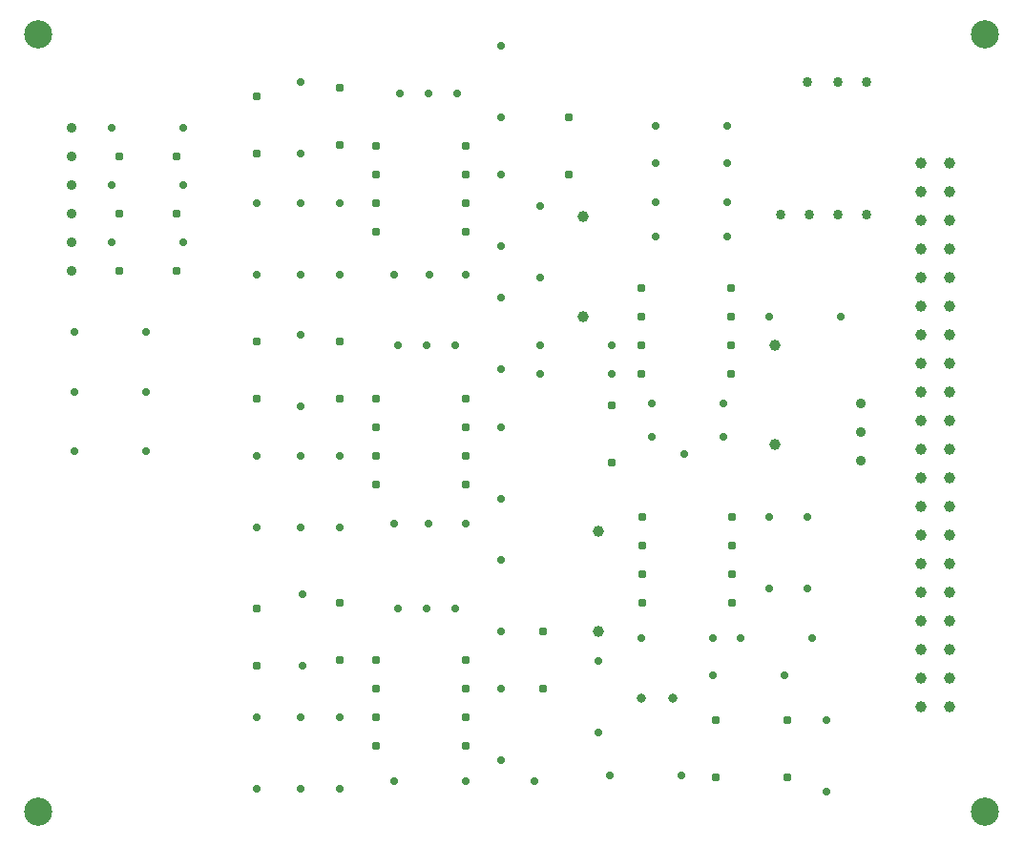
<source format=gbr>
%TF.GenerationSoftware,Altium Limited,Altium Designer,23.3.1 (30)*%
G04 Layer_Color=0*
%FSLAX26Y26*%
%MOIN*%
%TF.SameCoordinates,8F501EFE-F143-482A-9327-88418F9FCBED*%
%TF.FilePolarity,Positive*%
%TF.FileFunction,Plated,1,2,PTH,Drill*%
%TF.Part,Single*%
G01*
G75*
%TA.AperFunction,ComponentDrill*%
%ADD60C,0.034000*%
%ADD61C,0.031000*%
%ADD62C,0.028000*%
%ADD63C,0.028000*%
%ADD64C,0.030709*%
%ADD65C,0.032000*%
%ADD66C,0.031000*%
%ADD67C,0.036000*%
%ADD68C,0.039370*%
%ADD69C,0.027559*%
%TA.AperFunction,ViaDrill,NotFilled*%
%ADD70C,0.098425*%
%ADD71C,0.028000*%
D60*
X3010000Y2670000D02*
D03*
X2910000D02*
D03*
X2805000D02*
D03*
X2710000Y2205000D02*
D03*
X2810000D02*
D03*
X2910000D02*
D03*
X3010000D02*
D03*
D61*
X2120000Y1340000D02*
D03*
Y1540000D02*
D03*
X880000Y1561500D02*
D03*
Y1761500D02*
D03*
X1170000Y650000D02*
D03*
Y850000D02*
D03*
X880000Y630000D02*
D03*
Y830000D02*
D03*
X1970000Y2545000D02*
D03*
Y2345000D02*
D03*
X1170000Y2450000D02*
D03*
Y2650000D02*
D03*
X880000Y2420000D02*
D03*
Y2620000D02*
D03*
X1170000Y1761500D02*
D03*
Y1561500D02*
D03*
X1880000Y550000D02*
D03*
Y750000D02*
D03*
D62*
X1735000Y1915000D02*
D03*
Y1665000D02*
D03*
X880000Y1111500D02*
D03*
Y1361500D02*
D03*
X1035000Y1535000D02*
D03*
Y1785000D02*
D03*
Y200000D02*
D03*
Y450000D02*
D03*
X880000Y200000D02*
D03*
Y450000D02*
D03*
X1040000Y630000D02*
D03*
Y880000D02*
D03*
X1735000Y1000000D02*
D03*
Y750000D02*
D03*
Y550000D02*
D03*
Y300000D02*
D03*
X2075000Y645000D02*
D03*
Y395000D02*
D03*
X2870000Y440000D02*
D03*
Y190000D02*
D03*
X2670000Y1150000D02*
D03*
Y900000D02*
D03*
X2805000Y1150000D02*
D03*
Y900000D02*
D03*
X1870000Y2235000D02*
D03*
Y1985000D02*
D03*
X1735000Y2345000D02*
D03*
Y2095000D02*
D03*
X880000Y1995000D02*
D03*
Y2245000D02*
D03*
X1735000Y2795000D02*
D03*
Y2545000D02*
D03*
X1170000Y450000D02*
D03*
Y200000D02*
D03*
X1035000Y1361500D02*
D03*
Y1111500D02*
D03*
X1170000Y1361500D02*
D03*
Y1111500D02*
D03*
X1035000Y2670000D02*
D03*
Y2420000D02*
D03*
Y2245000D02*
D03*
Y1995000D02*
D03*
X1170000Y2245000D02*
D03*
Y1995000D02*
D03*
X1735000Y1211500D02*
D03*
Y1461500D02*
D03*
D63*
X2723701Y595000D02*
D03*
X2473701D02*
D03*
X2223701Y725000D02*
D03*
X2473701D02*
D03*
X2365000Y245000D02*
D03*
X2115000D02*
D03*
X2525000Y2515000D02*
D03*
X2275000D02*
D03*
X2525000Y2385000D02*
D03*
X2275000D02*
D03*
Y2250000D02*
D03*
X2525000D02*
D03*
X2275000Y2130000D02*
D03*
X2525000D02*
D03*
X2920000Y1850000D02*
D03*
X2670000D02*
D03*
X495000Y1380000D02*
D03*
X245000D02*
D03*
X2510000Y1430000D02*
D03*
X2260000D02*
D03*
X1361299Y1125000D02*
D03*
X1611299D02*
D03*
X2260000Y1545000D02*
D03*
X2510000D02*
D03*
X1870000Y1650000D02*
D03*
X2120000D02*
D03*
X1870000Y1750000D02*
D03*
X2120000D02*
D03*
X1361299Y1995000D02*
D03*
X1611299D02*
D03*
X375000Y2110000D02*
D03*
X625000D02*
D03*
X375000Y2310000D02*
D03*
X625000D02*
D03*
X375000Y2510000D02*
D03*
X625000D02*
D03*
X495000Y1585000D02*
D03*
X245000D02*
D03*
X1361299Y225000D02*
D03*
X1611299D02*
D03*
X495000Y1795000D02*
D03*
X245000D02*
D03*
X2820000Y725000D02*
D03*
X2570000D02*
D03*
D64*
X2228701Y1150000D02*
D03*
Y1050000D02*
D03*
Y950000D02*
D03*
Y850000D02*
D03*
X2541299D02*
D03*
Y950000D02*
D03*
Y1050000D02*
D03*
Y1150000D02*
D03*
X2223701Y1950000D02*
D03*
Y1850000D02*
D03*
Y1750000D02*
D03*
Y1650000D02*
D03*
X2536299D02*
D03*
Y1750000D02*
D03*
Y1850000D02*
D03*
Y1950000D02*
D03*
X1611299Y650000D02*
D03*
Y550000D02*
D03*
Y450000D02*
D03*
Y350000D02*
D03*
X1298701D02*
D03*
Y450000D02*
D03*
Y550000D02*
D03*
Y650000D02*
D03*
X1611299Y1561500D02*
D03*
Y1461500D02*
D03*
Y1361500D02*
D03*
Y1261500D02*
D03*
X1298701D02*
D03*
Y1361500D02*
D03*
Y1461500D02*
D03*
Y1561500D02*
D03*
X1611299Y2445000D02*
D03*
Y2345000D02*
D03*
Y2245000D02*
D03*
Y2145000D02*
D03*
X1298701D02*
D03*
Y2245000D02*
D03*
Y2345000D02*
D03*
Y2445000D02*
D03*
D65*
X2225000Y515000D02*
D03*
X2335000D02*
D03*
D66*
X2485000Y440000D02*
D03*
X2735000Y240000D02*
D03*
Y440000D02*
D03*
X2485000Y240000D02*
D03*
X600000Y2010000D02*
D03*
X400000D02*
D03*
X600000Y2210000D02*
D03*
X400000D02*
D03*
X600000Y2410000D02*
D03*
X400000D02*
D03*
D67*
X2990000Y1346000D02*
D03*
Y1444000D02*
D03*
Y1545000D02*
D03*
X235000Y2110000D02*
D03*
Y2510000D02*
D03*
Y2410000D02*
D03*
Y2310000D02*
D03*
Y2210000D02*
D03*
Y2010000D02*
D03*
D68*
X2690000Y1400197D02*
D03*
Y1749803D02*
D03*
X2020000Y2199606D02*
D03*
Y1850000D02*
D03*
X2075000Y1099606D02*
D03*
Y750000D02*
D03*
X3200000Y2385000D02*
D03*
X3300000D02*
D03*
X3200000Y2285000D02*
D03*
X3300000D02*
D03*
X3200000Y2185000D02*
D03*
X3300000D02*
D03*
X3200000Y2085000D02*
D03*
X3300000D02*
D03*
X3200000Y1985000D02*
D03*
X3300000D02*
D03*
X3200000Y1885000D02*
D03*
X3300000D02*
D03*
X3200000Y1785000D02*
D03*
X3300000D02*
D03*
X3200000Y1685000D02*
D03*
X3300000D02*
D03*
X3200000Y1585000D02*
D03*
X3300000D02*
D03*
X3200000Y1485000D02*
D03*
X3300000D02*
D03*
X3200000Y1385000D02*
D03*
X3300000D02*
D03*
X3200000Y1285000D02*
D03*
X3300000D02*
D03*
X3200000Y1185000D02*
D03*
X3300000D02*
D03*
X3200000Y1085000D02*
D03*
X3300000D02*
D03*
X3200000Y985000D02*
D03*
X3300000D02*
D03*
X3200000Y885000D02*
D03*
X3300000D02*
D03*
X3200000Y785000D02*
D03*
X3300000D02*
D03*
X3200000Y685000D02*
D03*
X3300000D02*
D03*
X3200000Y585000D02*
D03*
X3300000D02*
D03*
X3200000Y485000D02*
D03*
X3300000D02*
D03*
D69*
X1380000Y2630000D02*
D03*
X1480000D02*
D03*
X1580000D02*
D03*
X1575000Y830000D02*
D03*
X1475000D02*
D03*
X1375000D02*
D03*
X1575000Y1750000D02*
D03*
X1475000D02*
D03*
X1375000D02*
D03*
D70*
X118110Y118110D02*
D03*
Y2834646D02*
D03*
X3425197D02*
D03*
Y118110D02*
D03*
D71*
X2375000Y1370000D02*
D03*
X1480000Y1125000D02*
D03*
X1485000Y1995000D02*
D03*
X1850000Y225000D02*
D03*
%TF.MD5,8780acc105231d1417677e00610c726b*%
M02*

</source>
